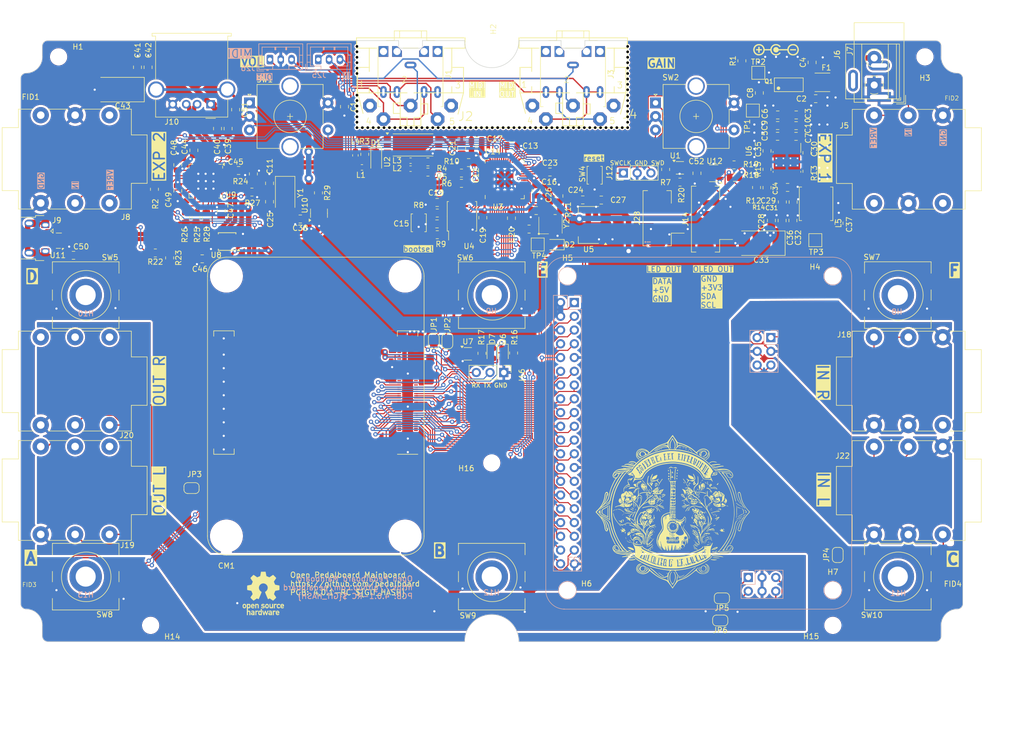
<source format=kicad_pcb>
(kicad_pcb
	(version 20240108)
	(generator "pcbnew")
	(generator_version "8.0")
	(general
		(thickness 1.6)
		(legacy_teardrops no)
	)
	(paper "A4")
	(title_block
		(title "Open Pedalboard Mainboard")
		(date "2024-10-16")
		(rev "4.0.1-RC")
		(company "https://github.com/pedalboard")
		(comment 1 "Source Code: https://github.com/pedalboard/pedalboard-hw")
		(comment 2 "License: CERN Open Hardware Licence Version 2 - Permissive")
		(comment 3 "Git commit hash: ${GIT_HASH} ")
	)
	(layers
		(0 "F.Cu" signal)
		(31 "B.Cu" signal)
		(32 "B.Adhes" user "B.Adhesive")
		(33 "F.Adhes" user "F.Adhesive")
		(34 "B.Paste" user)
		(35 "F.Paste" user)
		(36 "B.SilkS" user "B.Silkscreen")
		(37 "F.SilkS" user "F.Silkscreen")
		(38 "B.Mask" user)
		(39 "F.Mask" user)
		(40 "Dwgs.User" user "User.Drawings")
		(41 "Cmts.User" user "User.Comments")
		(42 "Eco1.User" user "User.Eco1")
		(43 "Eco2.User" user "User.Eco2")
		(44 "Edge.Cuts" user)
		(45 "Margin" user)
		(46 "B.CrtYd" user "B.Courtyard")
		(47 "F.CrtYd" user "F.Courtyard")
		(48 "B.Fab" user)
		(49 "F.Fab" user)
		(50 "User.1" user)
		(51 "User.2" user)
		(52 "User.3" user)
		(53 "User.4" user)
		(54 "User.5" user)
		(55 "User.6" user)
		(56 "User.7" user)
		(57 "User.8" user)
		(58 "User.9" user)
	)
	(setup
		(stackup
			(layer "F.SilkS"
				(type "Top Silk Screen")
			)
			(layer "F.Paste"
				(type "Top Solder Paste")
			)
			(layer "F.Mask"
				(type "Top Solder Mask")
				(thickness 0.01)
			)
			(layer "F.Cu"
				(type "copper")
				(thickness 0.035)
			)
			(layer "dielectric 1"
				(type "core")
				(thickness 1.51)
				(material "FR4")
				(epsilon_r 4.5)
				(loss_tangent 0.02)
			)
			(layer "B.Cu"
				(type "copper")
				(thickness 0.035)
			)
			(layer "B.Mask"
				(type "Bottom Solder Mask")
				(thickness 0.01)
			)
			(layer "B.Paste"
				(type "Bottom Solder Paste")
			)
			(layer "B.SilkS"
				(type "Bottom Silk Screen")
			)
			(copper_finish "None")
			(dielectric_constraints no)
		)
		(pad_to_mask_clearance 0)
		(allow_soldermask_bridges_in_footprints no)
		(aux_axis_origin 18.005615 130.994385)
		(grid_origin 18 20)
		(pcbplotparams
			(layerselection 0x00010fc_ffffffff)
			(plot_on_all_layers_selection 0x0000000_00000000)
			(disableapertmacros no)
			(usegerberextensions no)
			(usegerberattributes yes)
			(usegerberadvancedattributes yes)
			(creategerberjobfile yes)
			(dashed_line_dash_ratio 12.000000)
			(dashed_line_gap_ratio 3.000000)
			(svgprecision 4)
			(plotframeref no)
			(viasonmask no)
			(mode 1)
			(useauxorigin no)
			(hpglpennumber 1)
			(hpglpenspeed 20)
			(hpglpendiameter 15.000000)
			(pdf_front_fp_property_popups yes)
			(pdf_back_fp_property_popups yes)
			(dxfpolygonmode yes)
			(dxfimperialunits yes)
			(dxfusepcbnewfont yes)
			(psnegative no)
			(psa4output no)
			(plotreference yes)
			(plotvalue yes)
			(plotfptext yes)
			(plotinvisibletext no)
			(sketchpadsonfab no)
			(subtractmaskfromsilk no)
			(outputformat 1)
			(mirror no)
			(drillshape 1)
			(scaleselection 1)
			(outputdirectory "")
		)
	)
	(net 0 "")
	(net 1 "GND")
	(net 2 "Net-(J25-Pin_2)")
	(net 3 "/LEDs/RGB_DATA")
	(net 4 "Net-(C30-Pad1)")
	(net 5 "Net-(C26-Pad1)")
	(net 6 "Net-(U9-XTALIN{slash}CLKIN)")
	(net 7 "+3V3")
	(net 8 "+1V1")
	(net 9 "/Audio/CM4_GPIO13")
	(net 10 "/Audio/CM4_GPIO16")
	(net 11 "/Audio/conf_i2c_sda")
	(net 12 "/Audio/conf_i2c_scl")
	(net 13 "/MIDI/EXT_MIDI_RX")
	(net 14 "/MIDI/EXT_MIDI_TX")
	(net 15 "/Audio/audio_pcm_clk")
	(net 16 "/Audio/audio_in_stereo")
	(net 17 "/MIDI/XIN")
	(net 18 "Net-(U9-XTALOUT)")
	(net 19 "/MIDI/A_EXP1")
	(net 20 "unconnected-(CM1A-Ethernet_Pair3_P-Pad3)")
	(net 21 "/MIDI/~{USB_BOOT}")
	(net 22 "unconnected-(CM1A-Ethernet_Pair1_P-Pad4)")
	(net 23 "/MIDI/SWCLK")
	(net 24 "/Power Supply/polarity_checked")
	(net 25 "/Audio/audio_pcm_fs")
	(net 26 "/Audio/audio_out_stereo")
	(net 27 "/Audio/audio_pcm_din")
	(net 28 "/Audio/audio_pcm_dout")
	(net 29 "unconnected-(CM1A-Ethernet_Pair3_N-Pad5)")
	(net 30 "unconnected-(CM1A-Ethernet_Pair1_N-Pad6)")
	(net 31 "unconnected-(CM1A-Ethernet_Pair2_N-Pad9)")
	(net 32 "unconnected-(CM1A-Ethernet_Pair0_N-Pad10)")
	(net 33 "unconnected-(CM1A-Ethernet_Pair2_P-Pad11)")
	(net 34 "unconnected-(CM1A-Ethernet_Pair0_P-Pad12)")
	(net 35 "unconnected-(CM1A-Ethernet_nLED3(3.3v)-Pad15)")
	(net 36 "unconnected-(CM1A-Ethernet_SYNC_IN(1.8v)-Pad16)")
	(net 37 "unconnected-(CM1A-Ethernet_nLED2(3.3v)-Pad17)")
	(net 38 "unconnected-(CM1A-Ethernet_SYNC_OUT(1.8v)-Pad18)")
	(net 39 "unconnected-(CM1A-Ethernet_nLED1(3.3v)-Pad19)")
	(net 40 "/MIDI/SW_D")
	(net 41 "/MIDI/SW_E")
	(net 42 "/MIDI/SW_F")
	(net 43 "/MIDI/SW_A")
	(net 44 "/MIDI/SW_B")
	(net 45 "/MIDI/SW_C")
	(net 46 "/MIDI/ROT_VOL_A")
	(net 47 "/MIDI/ROT_VOL_B")
	(net 48 "/MIDI/SW_VOL")
	(net 49 "/MIDI/ROT_GAIN_A")
	(net 50 "/MIDI/ROT_GAIN_B")
	(net 51 "/MIDI/SW_GAIN")
	(net 52 "Net-(C31-Pad1)")
	(net 53 "Net-(U6-COMP)")
	(net 54 "unconnected-(CM1A-EEPROM_nWP-Pad20)")
	(net 55 "unconnected-(CM1A-SD_CLK-Pad57)")
	(net 56 "unconnected-(CM1A-SD_DAT3-Pad61)")
	(net 57 "Net-(L3-Pad2)")
	(net 58 "Net-(U6-FB)")
	(net 59 "unconnected-(CM1A-SD_CMD-Pad62)")
	(net 60 "unconnected-(CM1A-SD_DAT0-Pad63)")
	(net 61 "unconnected-(CM1A-SD_DAT5-Pad64)")
	(net 62 "Net-(D6-A)")
	(net 63 "Net-(D7-K)")
	(net 64 "unconnected-(CM1A-SD_DAT1-Pad67)")
	(net 65 "/Audio/in_R-")
	(net 66 "/Audio/GND_in_R")
	(net 67 "/Audio/in_R+")
	(net 68 "/Audio/in_L-")
	(net 69 "/Audio/GND_in_L")
	(net 70 "/Audio/in_L+")
	(net 71 "/Audio/GND_out")
	(net 72 "unconnected-(CM1A-SD_DAT4-Pad68)")
	(net 73 "unconnected-(CM1A-SD_DAT2-Pad69)")
	(net 74 "/Power Supply/fused")
	(net 75 "+5VP")
	(net 76 "unconnected-(CM1A-SD_DAT7-Pad70)")
	(net 77 "unconnected-(CM1A-SD_DAT6-Pad72)")
	(net 78 "unconnected-(CM1A-SD_VDD_Override-Pad73)")
	(net 79 "/MIDI/SWD")
	(net 80 "/Power Supply/unfused")
	(net 81 "unconnected-(CM1A-SD_PWR_ON-Pad75)")
	(net 82 "unconnected-(CM1A-Reserved-Pad76)")
	(net 83 "unconnected-(CM1A-SCL0-Pad80)")
	(net 84 "unconnected-(CM1A-SDA0-Pad82)")
	(net 85 "unconnected-(CM1A-+1.8v_(Output)-Pad88)")
	(net 86 "unconnected-(CM1A-WiFi_nDisable-Pad89)")
	(net 87 "unconnected-(CM1A-+1.8v_(Output)-Pad90)")
	(net 88 "unconnected-(CM1A-BT_nDisable-Pad91)")
	(net 89 "unconnected-(CM1A-RUN_PG-Pad92)")
	(net 90 "unconnected-(CM1A-nRPIBOOT-Pad93)")
	(net 91 "Net-(D7-A)")
	(net 92 "unconnected-(CM1A-AnalogIP1-Pad94)")
	(net 93 "unconnected-(CM1A-AnalogIP0-Pad96)")
	(net 94 "unconnected-(CM1A-Camera_GPIO-Pad97)")
	(net 95 "/Audio/CM4_3V")
	(net 96 "/Audio/CM4_GPIO6")
	(net 97 "/Audio/CM4_GPIO12")
	(net 98 "/Audio/CM4_GPIO5")
	(net 99 "/Audio/CM4_ID_SC")
	(net 100 "/Audio/CM4_ID_SD")
	(net 101 "/Audio/CM4_GPIO7")
	(net 102 "/Audio/CM4_GPIO11")
	(net 103 "/Audio/CM4_GPIO8")
	(net 104 "/Audio/CM4_GPIO9")
	(net 105 "/Audio/CM4_GPIO25")
	(net 106 "/Audio/CM4_GPIO10")
	(net 107 "/Audio/CM4_GPIO24")
	(net 108 "/Audio/CM4_GPIO22")
	(net 109 "/Audio/CM4_GPIO23")
	(net 110 "/Audio/CM4_GPIO17")
	(net 111 "/Audio/INT_MIDI_RX")
	(net 112 "/Audio/CM4_GPIO4")
	(net 113 "/Audio/INT_MIDI_TX")
	(net 114 "unconnected-(CM1A-Global_EN-Pad99)")
	(net 115 "unconnected-(CM1B-PCIe_CLK_nREQ-Pad102)")
	(net 116 "unconnected-(CM1B-Reserved-Pad104)")
	(net 117 "unconnected-(CM1B-Reserved-Pad106)")
	(net 118 "unconnected-(CM1B-PCIe_nRST-Pad109)")
	(net 119 "unconnected-(CM1B-PCIe_CLK_P-Pad110)")
	(net 120 "unconnected-(CM1B-VDAC_COMP-Pad111)")
	(net 121 "unconnected-(CM1B-PCIe_CLK_N-Pad112)")
	(net 122 "unconnected-(CM1B-CAM1_D0_N-Pad115)")
	(net 123 "unconnected-(CM1B-PCIe_RX_P-Pad116)")
	(net 124 "unconnected-(CM1B-CAM1_D0_P-Pad117)")
	(net 125 "unconnected-(CM1B-PCIe_RX_N-Pad118)")
	(net 126 "unconnected-(CM1B-CAM1_D1_N-Pad121)")
	(net 127 "/Audio/CM4_LED_ACT")
	(net 128 "unconnected-(CM1B-PCIe_TX_P-Pad122)")
	(net 129 "unconnected-(CM1B-CAM1_D1_P-Pad123)")
	(net 130 "unconnected-(CM1B-PCIe_TX_N-Pad124)")
	(net 131 "unconnected-(CM1B-CAM1_C_N-Pad127)")
	(net 132 "unconnected-(CM1B-CAM0_D0_N-Pad128)")
	(net 133 "unconnected-(CM1B-CAM1_C_P-Pad129)")
	(net 134 "unconnected-(CM1B-CAM0_D0_P-Pad130)")
	(net 135 "unconnected-(CM1B-CAM1_D2_N-Pad133)")
	(net 136 "unconnected-(CM1B-CAM0_D1_N-Pad134)")
	(net 137 "unconnected-(CM1B-CAM1_D2_P-Pad135)")
	(net 138 "unconnected-(CM1B-CAM0_D1_P-Pad136)")
	(net 139 "unconnected-(CM1B-CAM1_D3_N-Pad139)")
	(net 140 "unconnected-(CM1B-CAM0_C_N-Pad140)")
	(net 141 "unconnected-(CM1B-CAM1_D3_P-Pad141)")
	(net 142 "unconnected-(CM1B-CAM0_C_P-Pad142)")
	(net 143 "unconnected-(CM1B-HDMI1_HOTPLUG-Pad143)")
	(net 144 "unconnected-(CM1B-HDMI1_SDA-Pad145)")
	(net 145 "unconnected-(CM1B-HDMI1_TX2_P-Pad146)")
	(net 146 "unconnected-(CM1B-HDMI1_SCL-Pad147)")
	(net 147 "unconnected-(CM1B-HDMI1_TX2_N-Pad148)")
	(net 148 "unconnected-(CM1B-HDMI1_CEC-Pad149)")
	(net 149 "unconnected-(CM1B-HDMI0_CEC-Pad151)")
	(net 150 "unconnected-(CM1B-HDMI1_TX1_P-Pad152)")
	(net 151 "unconnected-(CM1B-HDMI0_HOTPLUG-Pad153)")
	(net 152 "unconnected-(CM1B-HDMI1_TX1_N-Pad154)")
	(net 153 "unconnected-(CM1B-DSI0_D0_N-Pad157)")
	(net 154 "/MIDI/A_EXP2")
	(net 155 "unconnected-(CM1B-HDMI1_TX0_P-Pad158)")
	(net 156 "unconnected-(CM1B-DSI0_D0_P-Pad159)")
	(net 157 "unconnected-(CM1B-HDMI1_TX0_N-Pad160)")
	(net 158 "unconnected-(CM1B-DSI0_D1_N-Pad163)")
	(net 159 "unconnected-(CM1B-HDMI1_CLK_P-Pad164)")
	(net 160 "unconnected-(CM1B-DSI0_D1_P-Pad165)")
	(net 161 "unconnected-(CM1B-HDMI1_CLK_N-Pad166)")
	(net 162 "unconnected-(CM1B-DSI0_C_N-Pad169)")
	(net 163 "unconnected-(CM1B-HDMI0_TX2_P-Pad170)")
	(net 164 "unconnected-(CM1B-DSI0_C_P-Pad171)")
	(net 165 "unconnected-(CM1B-HDMI0_TX2_N-Pad172)")
	(net 166 "unconnected-(CM1B-DSI1_D0_N-Pad175)")
	(net 167 "unconnected-(CM1B-HDMI0_TX1_P-Pad176)")
	(net 168 "unconnected-(CM1B-DSI1_D0_P-Pad177)")
	(net 169 "unconnected-(CM1B-HDMI0_TX1_N-Pad178)")
	(net 170 "unconnected-(CM1B-DSI1_D1_N-Pad181)")
	(net 171 "unconnected-(CM1B-HDMI0_TX0_P-Pad182)")
	(net 172 "unconnected-(CM1B-DSI1_D1_P-Pad183)")
	(net 173 "unconnected-(CM1B-HDMI0_TX0_N-Pad184)")
	(net 174 "unconnected-(CM1B-DSI1_C_N-Pad187)")
	(net 175 "unconnected-(CM1B-HDMI0_CLK_P-Pad188)")
	(net 176 "unconnected-(CM1B-DSI1_C_P-Pad189)")
	(net 177 "unconnected-(CM1B-HDMI0_CLK_N-Pad190)")
	(net 178 "unconnected-(CM1B-DSI1_D2_N-Pad193)")
	(net 179 "unconnected-(CM1B-DSI1_D3_N-Pad194)")
	(net 180 "unconnected-(CM1B-DSI1_D2_P-Pad195)")
	(net 181 "unconnected-(CM1B-DSI1_D3_P-Pad196)")
	(net 182 "unconnected-(CM1B-HDMI0_SDA-Pad199)")
	(net 183 "unconnected-(CM1B-HDMI0_SCL-Pad200)")
	(net 184 "Net-(D1-K)")
	(net 185 "Net-(D1-A)")
	(net 186 "Net-(J25-Pin_1)")
	(net 187 "Net-(J25-Pin_3)")
	(net 188 "Net-(U6-BST)")
	(net 189 "Net-(J26-Pin_1)")
	(net 190 "Net-(U6-SS)")
	(net 191 "Net-(J26-Pin_3)")
	(net 192 "unconnected-(J8-PadSN)")
	(net 193 "unconnected-(J2-Pad1)")
	(net 194 "unconnected-(J2-Pad3)")
	(net 195 "Net-(J8-PadT)")
	(net 196 "unconnected-(J8-PadTN)")
	(net 197 "/Connectivity/VBUS")
	(net 198 "Net-(JP6-B)")
	(net 199 "unconnected-(J4-Pad1)")
	(net 200 "unconnected-(J19-PadRN)")
	(net 201 "Net-(J27-out_L)")
	(net 202 "unconnected-(J19-PadTN)")
	(net 203 "Net-(JP5-B)")
	(net 204 "Net-(JP3-A)")
	(net 205 "unconnected-(J20-PadRN)")
	(net 206 "unconnected-(J20-PadSN)")
	(net 207 "Net-(J27-out_R)")
	(net 208 "Net-(JP4-A)")
	(net 209 "unconnected-(J20-PadTN)")
	(net 210 "Net-(JP1-B)")
	(net 211 "Net-(JP2-B)")
	(net 212 "Net-(L2-Pad2)")
	(net 213 "/Audio/CM4_LED_PWR")
	(net 214 "Net-(JP6-A)")
	(net 215 "Net-(JP5-A)")
	(net 216 "Net-(L4-Pad2)")
	(net 217 "unconnected-(J4-Pad3)")
	(net 218 "Net-(U3-USB_DP)")
	(net 219 "Net-(U1-A)")
	(net 220 "/MIDI/XOUT")
	(net 221 "/MIDI/QSPI_SCLK")
	(net 222 "/MIDI/QSPI_SS")
	(net 223 "/MIDI/QSPI_SD1")
	(net 224 "/MIDI/QSPI_SD2")
	(net 225 "/MIDI/QSPI_SD0")
	(net 226 "/MIDI/QSPI_SD3")
	(net 227 "Net-(U3-USB_DM)")
	(net 228 "Net-(U3-RUN)")
	(net 229 "unconnected-(U2-NC-Pad2)")
	(net 230 "Net-(D2-A)")
	(net 231 "unconnected-(U3-GPIO12-Pad15)")
	(net 232 "unconnected-(U3-GPIO13-Pad16)")
	(net 233 "/MIDI/I2C_SCL")
	(net 234 "/MIDI/I2C_SDA")
	(net 235 "unconnected-(U3-GPIO14-Pad17)")
	(net 236 "unconnected-(U3-GPIO15-Pad18)")
	(net 237 "unconnected-(J5-PadSN)")
	(net 238 "Net-(J5-PadT)")
	(net 239 "unconnected-(J5-PadTN)")
	(net 240 "unconnected-(J7-Pad3)")
	(net 241 "unconnected-(J18-PadSN)")
	(net 242 "unconnected-(U3-GPIO22-Pad34)")
	(net 243 "/Power Supply/switch")
	(net 244 "unconnected-(U3-GPIO23-Pad35)")
	(net 245 "unconnected-(U3-GPIO26_ADC0-Pad38)")
	(net 246 "unconnected-(U3-GPIO29_ADC3-Pad41)")
	(net 247 "Net-(J28-Pin_3)")
	(net 248 "Net-(U1-Y)")
	(net 249 "Net-(U3-GPIO10)")
	(net 250 "Net-(CM1B-USB_OTG_ID)")
	(net 251 "Net-(J9-VBUS)")
	(net 252 "Net-(U9-RBIAS)")
	(net 253 "Net-(U9-SCL{slash}SMBCLK{slash}CFG_SEL0)")
	(net 254 "Net-(U9-SDA{slash}SMBDATA{slash}NON_REM1)")
	(net 255 "Net-(U9-SUSP_IND{slash}LOCAL_PWR{slash}NON_REM0)")
	(net 256 "Net-(U9-HS_IND{slash}CFG_SEL1)")
	(net 257 "Net-(U10-ILIM)")
	(net 258 "/Audio/nEXTRST")
	(net 259 "/Connectivity/nOCS1")
	(net 260 "unconnected-(U9-TEST-Pad11)")
	(net 261 "Net-(U10-EN)")
	(net 262 "unconnected-(U9-PLLFILT-Pad34)")
	(net 263 "unconnected-(U9-USBDM_DN3{slash}PRT_DIS_M3-Pad6)")
	(net 264 "unconnected-(U9-CRFILT-Pad14)")
	(net 265 "unconnected-(U9-PRTPWR2{slash}BC_EN2-Pad16)")
	(net 266 "unconnected-(U9-PRTPWR4{slash}BC_EN4-Pad20)")
	(net 267 "unconnected-(U9-USBDP_DN3{slash}PRT_DIS_P3-Pad7)")
	(net 268 "unconnected-(U9-USBDM_DN4{slash}PRT_DIS_M4-Pad8)")
	(net 269 "unconnected-(U9-PRTPWR3{slash}BC_EN3-Pad18)")
	(net 270 "unconnected-(J9-ID-Pad4)")
	(net 271 "unconnected-(U9-USBDP_DN4{slash}PRT_DIS_P4-Pad9)")
	(net 272 "/Connectivity/USB_CM_N")
	(net 273 "/Connectivity/USB_CM_P")
	(net 274 "Net-(J9-Shield)")
	(net 275 "Net-(J10-Shield)")
	(net 276 "/Connectivity/USB_OUT_N")
	(net 277 "/Connectivity/USB_OUT_P")
	(net 278 "/Connectivity/USB_RP_P")
	(net 279 "/Connectivity/USB_RP_N")
	(net 280 "/Connectivity/USB_UP_P")
	(net 281 "/Connectivity/USB_UP_N")
	(net 282 "/Connectivity/USB_D_P")
	(net 283 "/Connectivity/USB_D_N")
	(net 284 "unconnected-(U11-NC-Pad7)")
	(net 285 "unconnected-(U11-NC-Pad6)")
	(net 286 "unconnected-(U11-D1+-Pad1)")
	(net 287 "unconnected-(U11-NC-Pad10)")
	(net 288 "unconnected-(U11-NC-Pad9)")
	(net 289 "unconnected-(U11-D1--Pad2)")
	(footprint "TestPoint:TestPoint_Pad_2.0x2.0mm" (layer "F.Cu") (at 164.76 56.86))
	(footprint "Resistor_SMD:R_0805_2012Metric" (layer "F.Cu") (at 149.85 45.25 180))
	(footprint "Resistor_SMD:R_0805_2012Metric" (layer "F.Cu") (at 111.89 54.81))
	(footprint "Capacitor_SMD:C_0805_2012Metric" (layer "F.Cu") (at 115.75 44.27))
	(footprint "Capacitor_SMD:C_0805_2012Metric" (layer "F.Cu") (at 47.01 42.96 90))
	(footprint "MountingHole:MountingHole_2.7mm_M2.5_DIN965" (layer "F.Cu") (at 168 121.5))
	(footprint "Fiducial:Fiducial_1.5mm_Mask3mm" (layer "F.Cu") (at 20 28))
	(footprint "Resistor_SMD:R_0805_2012Metric" (layer "F.Cu") (at 99.4 44.46))
	(footprint "Pedalboard Library:Jack_3.5mm_CUI_SJ1-3525N_Horizontal" (layer "F.Cu") (at 120 24.5 180))
	(footprint "Capacitor_SMD:C_0805_2012Metric" (layer "F.Cu") (at 99.44 39.85 90))
	(footprint "Capacitor_SMD:C_0805_2012Metric" (layer "F.Cu") (at 47.01 47.74 -90))
	(footprint "Capacitor_SMD:C_0805_2012Metric" (layer "F.Cu") (at 155.84 47.16 90))
	(footprint "Fiducial:Fiducial_1.5mm_Mask3mm" (layer "F.Cu") (at 190.005615 27.994385))
	(footprint "Symbol:OSHW-Logo_7.5x8mm_SilkScreen" (layer "F.Cu") (at 62.8 122.1))
	(footprint "TestPoint:TestPoint_Pad_2.0x2.0mm" (layer "F.Cu") (at 153.22 32.93))
	(footprint "Resistor_SMD:R_0805_2012Metric" (layer "F.Cu") (at 94.9375 55.85))
	(footprint "Pedalboard Library:Jack_6.35mm_Horizontal" (layer "F.Cu") (at 34.4 50 180))
	(footprint "Pedalboard Library:Jack_6.35mm_Horizontal" (layer "F.Cu") (at 34.4 111.2 180))
	(footprint "Capacitor_SMD:C_0805_2012Metric" (layer "F.Cu") (at 156.65 53.22 90))
	(footprint "Pedalboard Library:BarrelJack_Wuerth_6941xx301002" (layer "F.Cu") (at 176.5372 30.3886 180))
	(footprint "Package_TO_SOT_SMD:SOT-223-3_TabPin2" (layer "F.Cu") (at 122.89 54.05 180))
	(footprint "Resistor_SMD:R_0805_2012Metric" (layer "F.Cu") (at 139.7676 46.1366 180))
	(footprint "TerminalBlock_Phoenix:TerminalBlock_Phoenix_MKDS-1,5-2_1x02_P5.00mm_Horizontal" (layer "F.Cu") (at 175.6372 28.1986 90))
	(footprint "Capacitor_SMD:C_0805_2012Metric" (layer "F.Cu") (at 121.81 49.42 180))
	(footprint "Capacitor_SMD:C_0805_2012Metric" (layer "F.Cu") (at 49.98 40.26 90))
	(footprint "Capacitor_Tantalum_SMD:CP_EIA-7343-31_Kemet-D" (layer "F.Cu") (at 36.415 29.0424 180))
	(footprint "Button_Switch_SMD:SW_SPST_B3U-1000P" (layer "F.Cu") (at 124.01 44.86 90))
	(footprint "Resistor_SMD:R_0805_2012Metric" (layer "F.Cu") (at 99.4 46.36))
	(footprint "Capacitor_SMD:C_0805_2012Metric" (layer "F.Cu") (at 58.24 43.99))
	(footprint "Capacitor_SMD:C_0805_2012Metric"
		(layer "F.Cu")
		(uuid "2a5bf248-a685-4628-8c7f-2c6e01c002eb")
		(at 94.8875 53.85 180)
		(descr "Capacitor SMD 
... [5700457 chars truncated]
</source>
